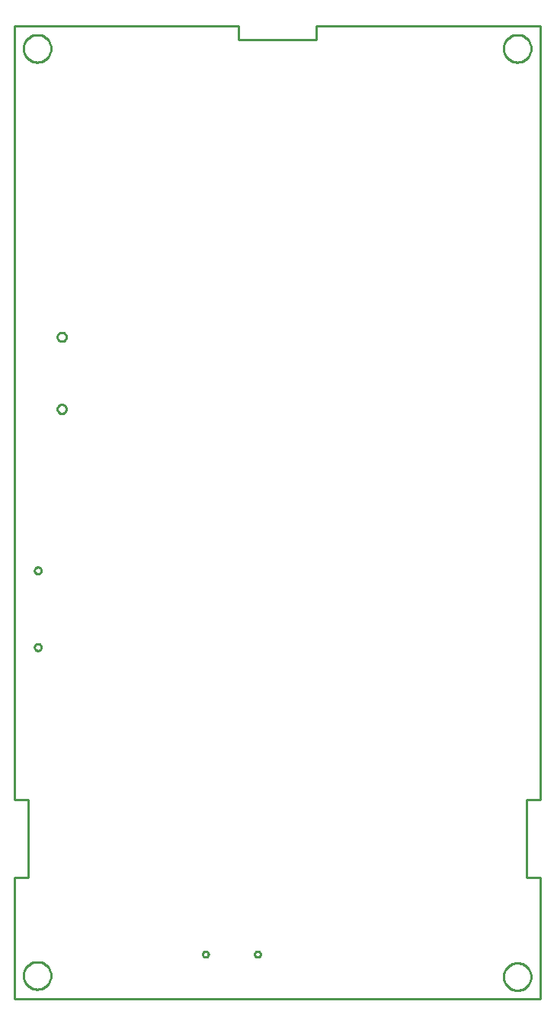
<source format=gbr>
G04 EAGLE Gerber RS-274X export*
G75*
%MOMM*%
%FSLAX34Y34*%
%LPD*%
%IN*%
%IPPOS*%
%AMOC8*
5,1,8,0,0,1.08239X$1,22.5*%
G01*
%ADD10C,0.254000*%


D10*
X0Y0D02*
X584200Y0D01*
X584200Y134620D01*
X568960Y134620D01*
X568960Y220980D01*
X584200Y220980D01*
X584200Y1079500D01*
X335280Y1079500D01*
X335280Y1064260D01*
X248920Y1064260D01*
X248920Y1079500D01*
X0Y1079500D01*
X0Y220980D01*
X15240Y220980D01*
X15240Y134620D01*
X0Y134620D01*
X0Y0D01*
X215650Y48837D02*
X215594Y48415D01*
X215484Y48003D01*
X215321Y47609D01*
X215108Y47241D01*
X214849Y46903D01*
X214547Y46601D01*
X214209Y46342D01*
X213841Y46129D01*
X213447Y45966D01*
X213035Y45856D01*
X212613Y45800D01*
X212187Y45800D01*
X211765Y45856D01*
X211353Y45966D01*
X210959Y46129D01*
X210591Y46342D01*
X210253Y46601D01*
X209951Y46903D01*
X209692Y47241D01*
X209479Y47609D01*
X209316Y48003D01*
X209206Y48415D01*
X209150Y48837D01*
X209150Y49263D01*
X209206Y49685D01*
X209316Y50097D01*
X209479Y50491D01*
X209692Y50859D01*
X209951Y51197D01*
X210253Y51499D01*
X210591Y51758D01*
X210959Y51971D01*
X211353Y52134D01*
X211765Y52244D01*
X212187Y52300D01*
X212613Y52300D01*
X213035Y52244D01*
X213447Y52134D01*
X213841Y51971D01*
X214209Y51758D01*
X214547Y51499D01*
X214849Y51197D01*
X215108Y50859D01*
X215321Y50491D01*
X215484Y50097D01*
X215594Y49685D01*
X215650Y49263D01*
X215650Y48837D01*
X273450Y48837D02*
X273394Y48415D01*
X273284Y48003D01*
X273121Y47609D01*
X272908Y47241D01*
X272649Y46903D01*
X272347Y46601D01*
X272009Y46342D01*
X271641Y46129D01*
X271247Y45966D01*
X270835Y45856D01*
X270413Y45800D01*
X269987Y45800D01*
X269565Y45856D01*
X269153Y45966D01*
X268759Y46129D01*
X268391Y46342D01*
X268053Y46601D01*
X267751Y46903D01*
X267492Y47241D01*
X267279Y47609D01*
X267116Y48003D01*
X267006Y48415D01*
X266950Y48837D01*
X266950Y49263D01*
X267006Y49685D01*
X267116Y50097D01*
X267279Y50491D01*
X267492Y50859D01*
X267751Y51197D01*
X268053Y51499D01*
X268391Y51758D01*
X268759Y51971D01*
X269153Y52134D01*
X269565Y52244D01*
X269987Y52300D01*
X270413Y52300D01*
X270835Y52244D01*
X271247Y52134D01*
X271641Y51971D01*
X272009Y51758D01*
X272347Y51499D01*
X272649Y51197D01*
X272908Y50859D01*
X273121Y50491D01*
X273284Y50097D01*
X273394Y49685D01*
X273450Y49263D01*
X273450Y48837D01*
X40640Y1053556D02*
X40562Y1052470D01*
X40407Y1051392D01*
X40176Y1050329D01*
X39869Y1049284D01*
X39489Y1048264D01*
X39037Y1047274D01*
X38515Y1046319D01*
X37926Y1045403D01*
X37274Y1044531D01*
X36561Y1043709D01*
X35791Y1042939D01*
X34969Y1042226D01*
X34097Y1041574D01*
X33181Y1040985D01*
X32226Y1040463D01*
X31236Y1040011D01*
X30216Y1039631D01*
X29171Y1039324D01*
X28108Y1039093D01*
X27030Y1038938D01*
X25944Y1038860D01*
X24856Y1038860D01*
X23770Y1038938D01*
X22692Y1039093D01*
X21629Y1039324D01*
X20584Y1039631D01*
X19564Y1040011D01*
X18574Y1040463D01*
X17619Y1040985D01*
X16703Y1041574D01*
X15831Y1042226D01*
X15009Y1042939D01*
X14239Y1043709D01*
X13526Y1044531D01*
X12874Y1045403D01*
X12285Y1046319D01*
X11763Y1047274D01*
X11311Y1048264D01*
X10931Y1049284D01*
X10624Y1050329D01*
X10393Y1051392D01*
X10238Y1052470D01*
X10160Y1053556D01*
X10160Y1054644D01*
X10238Y1055730D01*
X10393Y1056808D01*
X10624Y1057871D01*
X10931Y1058916D01*
X11311Y1059936D01*
X11763Y1060926D01*
X12285Y1061881D01*
X12874Y1062797D01*
X13526Y1063669D01*
X14239Y1064491D01*
X15009Y1065261D01*
X15831Y1065974D01*
X16703Y1066626D01*
X17619Y1067215D01*
X18574Y1067737D01*
X19564Y1068189D01*
X20584Y1068569D01*
X21629Y1068876D01*
X22692Y1069107D01*
X23770Y1069262D01*
X24856Y1069340D01*
X25944Y1069340D01*
X27030Y1069262D01*
X28108Y1069107D01*
X29171Y1068876D01*
X30216Y1068569D01*
X31236Y1068189D01*
X32226Y1067737D01*
X33181Y1067215D01*
X34097Y1066626D01*
X34969Y1065974D01*
X35791Y1065261D01*
X36561Y1064491D01*
X37274Y1063669D01*
X37926Y1062797D01*
X38515Y1061881D01*
X39037Y1060926D01*
X39489Y1059936D01*
X39869Y1058916D01*
X40176Y1057871D01*
X40407Y1056808D01*
X40562Y1055730D01*
X40640Y1054644D01*
X40640Y1053556D01*
X574040Y23586D02*
X573962Y22500D01*
X573807Y21422D01*
X573576Y20359D01*
X573269Y19314D01*
X572889Y18294D01*
X572437Y17304D01*
X571915Y16349D01*
X571326Y15433D01*
X570674Y14561D01*
X569961Y13739D01*
X569191Y12969D01*
X568369Y12256D01*
X567497Y11604D01*
X566581Y11015D01*
X565626Y10493D01*
X564636Y10041D01*
X563616Y9661D01*
X562571Y9354D01*
X561508Y9123D01*
X560430Y8968D01*
X559344Y8890D01*
X558256Y8890D01*
X557170Y8968D01*
X556092Y9123D01*
X555029Y9354D01*
X553984Y9661D01*
X552964Y10041D01*
X551974Y10493D01*
X551019Y11015D01*
X550103Y11604D01*
X549231Y12256D01*
X548409Y12969D01*
X547639Y13739D01*
X546926Y14561D01*
X546274Y15433D01*
X545685Y16349D01*
X545163Y17304D01*
X544711Y18294D01*
X544331Y19314D01*
X544024Y20359D01*
X543793Y21422D01*
X543638Y22500D01*
X543560Y23586D01*
X543560Y24674D01*
X543638Y25760D01*
X543793Y26838D01*
X544024Y27901D01*
X544331Y28946D01*
X544711Y29966D01*
X545163Y30956D01*
X545685Y31911D01*
X546274Y32827D01*
X546926Y33699D01*
X547639Y34521D01*
X548409Y35291D01*
X549231Y36004D01*
X550103Y36656D01*
X551019Y37245D01*
X551974Y37767D01*
X552964Y38219D01*
X553984Y38599D01*
X555029Y38906D01*
X556092Y39137D01*
X557170Y39292D01*
X558256Y39370D01*
X559344Y39370D01*
X560430Y39292D01*
X561508Y39137D01*
X562571Y38906D01*
X563616Y38599D01*
X564636Y38219D01*
X565626Y37767D01*
X566581Y37245D01*
X567497Y36656D01*
X568369Y36004D01*
X569191Y35291D01*
X569961Y34521D01*
X570674Y33699D01*
X571326Y32827D01*
X571915Y31911D01*
X572437Y30956D01*
X572889Y29966D01*
X573269Y28946D01*
X573576Y27901D01*
X573807Y26838D01*
X573962Y25760D01*
X574040Y24674D01*
X574040Y23586D01*
X40640Y24856D02*
X40562Y23770D01*
X40407Y22692D01*
X40176Y21629D01*
X39869Y20584D01*
X39489Y19564D01*
X39037Y18574D01*
X38515Y17619D01*
X37926Y16703D01*
X37274Y15831D01*
X36561Y15009D01*
X35791Y14239D01*
X34969Y13526D01*
X34097Y12874D01*
X33181Y12285D01*
X32226Y11763D01*
X31236Y11311D01*
X30216Y10931D01*
X29171Y10624D01*
X28108Y10393D01*
X27030Y10238D01*
X25944Y10160D01*
X24856Y10160D01*
X23770Y10238D01*
X22692Y10393D01*
X21629Y10624D01*
X20584Y10931D01*
X19564Y11311D01*
X18574Y11763D01*
X17619Y12285D01*
X16703Y12874D01*
X15831Y13526D01*
X15009Y14239D01*
X14239Y15009D01*
X13526Y15831D01*
X12874Y16703D01*
X12285Y17619D01*
X11763Y18574D01*
X11311Y19564D01*
X10931Y20584D01*
X10624Y21629D01*
X10393Y22692D01*
X10238Y23770D01*
X10160Y24856D01*
X10160Y25944D01*
X10238Y27030D01*
X10393Y28108D01*
X10624Y29171D01*
X10931Y30216D01*
X11311Y31236D01*
X11763Y32226D01*
X12285Y33181D01*
X12874Y34097D01*
X13526Y34969D01*
X14239Y35791D01*
X15009Y36561D01*
X15831Y37274D01*
X16703Y37926D01*
X17619Y38515D01*
X18574Y39037D01*
X19564Y39489D01*
X20584Y39869D01*
X21629Y40176D01*
X22692Y40407D01*
X23770Y40562D01*
X24856Y40640D01*
X25944Y40640D01*
X27030Y40562D01*
X28108Y40407D01*
X29171Y40176D01*
X30216Y39869D01*
X31236Y39489D01*
X32226Y39037D01*
X33181Y38515D01*
X34097Y37926D01*
X34969Y37274D01*
X35791Y36561D01*
X36561Y35791D01*
X37274Y34969D01*
X37926Y34097D01*
X38515Y33181D01*
X39037Y32226D01*
X39489Y31236D01*
X39869Y30216D01*
X40176Y29171D01*
X40407Y28108D01*
X40562Y27030D01*
X40640Y25944D01*
X40640Y24856D01*
X574040Y1053556D02*
X573962Y1052470D01*
X573807Y1051392D01*
X573576Y1050329D01*
X573269Y1049284D01*
X572889Y1048264D01*
X572437Y1047274D01*
X571915Y1046319D01*
X571326Y1045403D01*
X570674Y1044531D01*
X569961Y1043709D01*
X569191Y1042939D01*
X568369Y1042226D01*
X567497Y1041574D01*
X566581Y1040985D01*
X565626Y1040463D01*
X564636Y1040011D01*
X563616Y1039631D01*
X562571Y1039324D01*
X561508Y1039093D01*
X560430Y1038938D01*
X559344Y1038860D01*
X558256Y1038860D01*
X557170Y1038938D01*
X556092Y1039093D01*
X555029Y1039324D01*
X553984Y1039631D01*
X552964Y1040011D01*
X551974Y1040463D01*
X551019Y1040985D01*
X550103Y1041574D01*
X549231Y1042226D01*
X548409Y1042939D01*
X547639Y1043709D01*
X546926Y1044531D01*
X546274Y1045403D01*
X545685Y1046319D01*
X545163Y1047274D01*
X544711Y1048264D01*
X544331Y1049284D01*
X544024Y1050329D01*
X543793Y1051392D01*
X543638Y1052470D01*
X543560Y1053556D01*
X543560Y1054644D01*
X543638Y1055730D01*
X543793Y1056808D01*
X544024Y1057871D01*
X544331Y1058916D01*
X544711Y1059936D01*
X545163Y1060926D01*
X545685Y1061881D01*
X546274Y1062797D01*
X546926Y1063669D01*
X547639Y1064491D01*
X548409Y1065261D01*
X549231Y1065974D01*
X550103Y1066626D01*
X551019Y1067215D01*
X551974Y1067737D01*
X552964Y1068189D01*
X553984Y1068569D01*
X555029Y1068876D01*
X556092Y1069107D01*
X557170Y1069262D01*
X558256Y1069340D01*
X559344Y1069340D01*
X560430Y1069262D01*
X561508Y1069107D01*
X562571Y1068876D01*
X563616Y1068569D01*
X564636Y1068189D01*
X565626Y1067737D01*
X566581Y1067215D01*
X567497Y1066626D01*
X568369Y1065974D01*
X569191Y1065261D01*
X569961Y1064491D01*
X570674Y1063669D01*
X571326Y1062797D01*
X571915Y1061881D01*
X572437Y1060926D01*
X572889Y1059936D01*
X573269Y1058916D01*
X573576Y1057871D01*
X573807Y1056808D01*
X573962Y1055730D01*
X574040Y1054644D01*
X574040Y1053556D01*
X52424Y649030D02*
X51866Y649093D01*
X51319Y649218D01*
X50789Y649403D01*
X50283Y649647D01*
X49807Y649946D01*
X49368Y650296D01*
X48971Y650693D01*
X48621Y651132D01*
X48322Y651608D01*
X48078Y652114D01*
X47893Y652644D01*
X47768Y653191D01*
X47705Y653749D01*
X47705Y654311D01*
X47768Y654869D01*
X47893Y655416D01*
X48078Y655946D01*
X48322Y656452D01*
X48621Y656928D01*
X48971Y657367D01*
X49368Y657764D01*
X49807Y658114D01*
X50283Y658413D01*
X50789Y658657D01*
X51319Y658842D01*
X51866Y658967D01*
X52424Y659030D01*
X52986Y659030D01*
X53544Y658967D01*
X54091Y658842D01*
X54621Y658657D01*
X55127Y658413D01*
X55603Y658114D01*
X56042Y657764D01*
X56439Y657367D01*
X56789Y656928D01*
X57088Y656452D01*
X57332Y655946D01*
X57517Y655416D01*
X57642Y654869D01*
X57705Y654311D01*
X57705Y653749D01*
X57642Y653191D01*
X57517Y652644D01*
X57332Y652114D01*
X57088Y651608D01*
X56789Y651132D01*
X56439Y650693D01*
X56042Y650296D01*
X55603Y649946D01*
X55127Y649647D01*
X54621Y649403D01*
X54091Y649218D01*
X53544Y649093D01*
X52986Y649030D01*
X52424Y649030D01*
X52424Y729030D02*
X51866Y729093D01*
X51319Y729218D01*
X50789Y729403D01*
X50283Y729647D01*
X49807Y729946D01*
X49368Y730296D01*
X48971Y730693D01*
X48621Y731132D01*
X48322Y731608D01*
X48078Y732114D01*
X47893Y732644D01*
X47768Y733191D01*
X47705Y733749D01*
X47705Y734311D01*
X47768Y734869D01*
X47893Y735416D01*
X48078Y735946D01*
X48322Y736452D01*
X48621Y736928D01*
X48971Y737367D01*
X49368Y737764D01*
X49807Y738114D01*
X50283Y738413D01*
X50789Y738657D01*
X51319Y738842D01*
X51866Y738967D01*
X52424Y739030D01*
X52986Y739030D01*
X53544Y738967D01*
X54091Y738842D01*
X54621Y738657D01*
X55127Y738413D01*
X55603Y738114D01*
X56042Y737764D01*
X56439Y737367D01*
X56789Y736928D01*
X57088Y736452D01*
X57332Y735946D01*
X57517Y735416D01*
X57642Y734869D01*
X57705Y734311D01*
X57705Y733749D01*
X57642Y733191D01*
X57517Y732644D01*
X57332Y732114D01*
X57088Y731608D01*
X56789Y731132D01*
X56439Y730693D01*
X56042Y730296D01*
X55603Y729946D01*
X55127Y729647D01*
X54621Y729403D01*
X54091Y729218D01*
X53544Y729093D01*
X52986Y729030D01*
X52424Y729030D01*
X25914Y386015D02*
X25427Y386079D01*
X24952Y386206D01*
X24498Y386395D01*
X24072Y386640D01*
X23682Y386940D01*
X23335Y387287D01*
X23035Y387677D01*
X22790Y388103D01*
X22601Y388557D01*
X22474Y389032D01*
X22410Y389519D01*
X22410Y390011D01*
X22474Y390498D01*
X22601Y390973D01*
X22790Y391427D01*
X23035Y391853D01*
X23335Y392243D01*
X23682Y392590D01*
X24072Y392890D01*
X24498Y393136D01*
X24952Y393324D01*
X25427Y393451D01*
X25914Y393515D01*
X26406Y393515D01*
X26893Y393451D01*
X27368Y393324D01*
X27822Y393136D01*
X28248Y392890D01*
X28638Y392590D01*
X28985Y392243D01*
X29285Y391853D01*
X29531Y391427D01*
X29719Y390973D01*
X29846Y390498D01*
X29910Y390011D01*
X29910Y389519D01*
X29846Y389032D01*
X29719Y388557D01*
X29531Y388103D01*
X29285Y387677D01*
X28985Y387287D01*
X28638Y386940D01*
X28248Y386640D01*
X27822Y386395D01*
X27368Y386206D01*
X26893Y386079D01*
X26406Y386015D01*
X25914Y386015D01*
X25914Y471015D02*
X25427Y471079D01*
X24952Y471206D01*
X24498Y471395D01*
X24072Y471640D01*
X23682Y471940D01*
X23335Y472287D01*
X23035Y472677D01*
X22790Y473103D01*
X22601Y473557D01*
X22474Y474032D01*
X22410Y474519D01*
X22410Y475011D01*
X22474Y475498D01*
X22601Y475973D01*
X22790Y476427D01*
X23035Y476853D01*
X23335Y477243D01*
X23682Y477590D01*
X24072Y477890D01*
X24498Y478136D01*
X24952Y478324D01*
X25427Y478451D01*
X25914Y478515D01*
X26406Y478515D01*
X26893Y478451D01*
X27368Y478324D01*
X27822Y478136D01*
X28248Y477890D01*
X28638Y477590D01*
X28985Y477243D01*
X29285Y476853D01*
X29531Y476427D01*
X29719Y475973D01*
X29846Y475498D01*
X29910Y475011D01*
X29910Y474519D01*
X29846Y474032D01*
X29719Y473557D01*
X29531Y473103D01*
X29285Y472677D01*
X28985Y472287D01*
X28638Y471940D01*
X28248Y471640D01*
X27822Y471395D01*
X27368Y471206D01*
X26893Y471079D01*
X26406Y471015D01*
X25914Y471015D01*
M02*

</source>
